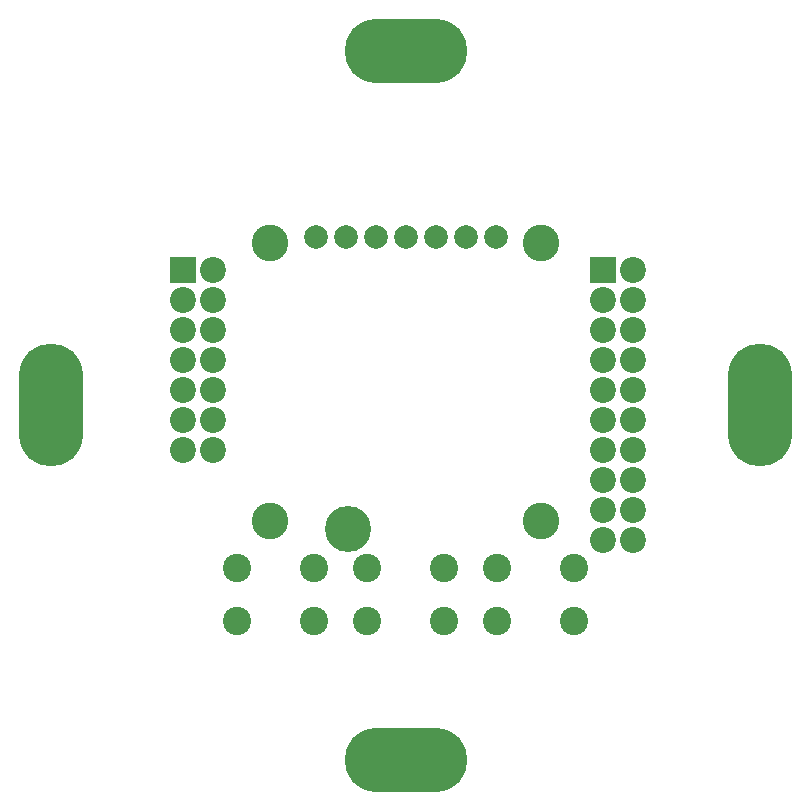
<source format=gbr>
G04 #@! TF.GenerationSoftware,KiCad,Pcbnew,5.0.0-fee4fd1~66~ubuntu16.04.1*
G04 #@! TF.CreationDate,2018-09-22T21:48:07+02:00*
G04 #@! TF.ProjectId,roomthermostat,726F6F6D746865726D6F737461742E6B,A*
G04 #@! TF.SameCoordinates,Original*
G04 #@! TF.FileFunction,Soldermask,Top*
G04 #@! TF.FilePolarity,Negative*
%FSLAX46Y46*%
G04 Gerber Fmt 4.6, Leading zero omitted, Abs format (unit mm)*
G04 Created by KiCad (PCBNEW 5.0.0-fee4fd1~66~ubuntu16.04.1) date Sat Sep 22 21:48:07 2018*
%MOMM*%
%LPD*%
G01*
G04 APERTURE LIST*
%ADD10C,2.200000*%
%ADD11R,2.200000X2.200000*%
%ADD12C,3.900000*%
%ADD13O,10.400000X5.401260*%
%ADD14O,5.401260X10.400000*%
%ADD15C,3.100000*%
%ADD16C,2.000000*%
%ADD17C,2.400000*%
G04 APERTURE END LIST*
D10*
G04 #@! TO.C,MOD1*
X80645000Y-104140000D03*
X78105000Y-104140000D03*
X80645000Y-101600000D03*
X78105000Y-101600000D03*
X80645000Y-99060000D03*
X78105000Y-99060000D03*
X80645000Y-96520000D03*
X78105000Y-96520000D03*
X80645000Y-93980000D03*
X78105000Y-93980000D03*
X80645000Y-91440000D03*
X78105000Y-91440000D03*
X80645000Y-88900000D03*
D11*
X78105000Y-88900000D03*
D10*
X116205000Y-111790000D03*
X113665000Y-111760000D03*
X116205000Y-109250000D03*
X113665000Y-109220000D03*
X116205000Y-106710000D03*
X113665000Y-106680000D03*
X116205000Y-104170000D03*
X113665000Y-104140000D03*
X116205000Y-101630000D03*
X113665000Y-101600000D03*
X116205000Y-99090000D03*
X113665000Y-99060000D03*
X116205000Y-96550000D03*
X113665000Y-96520000D03*
X116205000Y-93980000D03*
X113665000Y-93980000D03*
X116205000Y-91470000D03*
X113665000Y-91440000D03*
X116205000Y-88930000D03*
D11*
X113665000Y-88900000D03*
D12*
X92075000Y-110840000D03*
G04 #@! TD*
D13*
G04 #@! TO.C,H1*
X96915000Y-70370000D03*
G04 #@! TD*
D14*
G04 #@! TO.C,H4*
X66915000Y-100370000D03*
G04 #@! TD*
G04 #@! TO.C,H2*
X126915000Y-100370000D03*
G04 #@! TD*
D13*
G04 #@! TO.C,H3*
X96915000Y-130370000D03*
G04 #@! TD*
D15*
G04 #@! TO.C,MOD2*
X108415000Y-86620000D03*
X85415000Y-86620000D03*
X85415000Y-110120000D03*
X108415000Y-110120000D03*
D16*
X96915000Y-86120000D03*
X99455000Y-86120000D03*
X101995000Y-86120000D03*
X104535000Y-86120000D03*
X94375000Y-86120000D03*
X91835000Y-86120000D03*
X89295000Y-86120000D03*
G04 #@! TD*
D17*
G04 #@! TO.C,S1*
X82665000Y-114120000D03*
X82665000Y-118620000D03*
X89165000Y-114120000D03*
X89165000Y-118620000D03*
G04 #@! TD*
G04 #@! TO.C,S2*
X93665000Y-114120000D03*
X93665000Y-118620000D03*
X100165000Y-114120000D03*
X100165000Y-118620000D03*
G04 #@! TD*
G04 #@! TO.C,S3*
X104665000Y-114120000D03*
X104665000Y-118620000D03*
X111165000Y-114120000D03*
X111165000Y-118620000D03*
G04 #@! TD*
M02*

</source>
